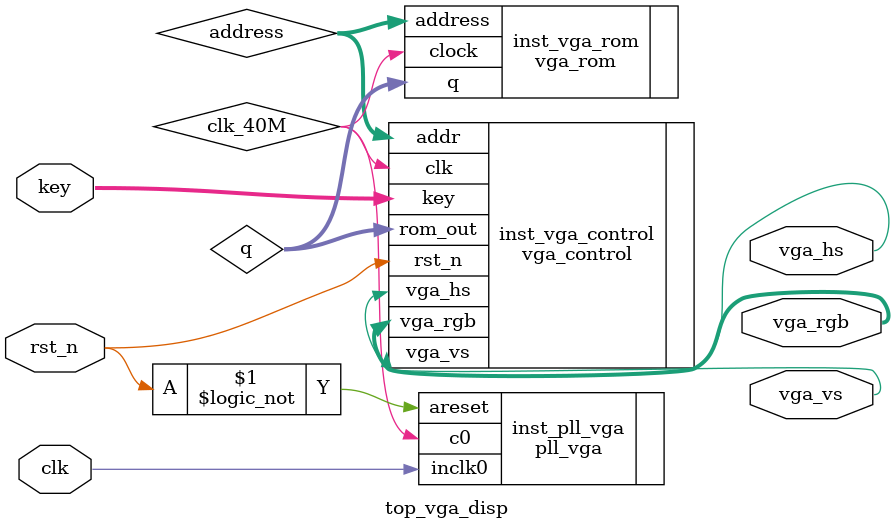
<source format=v>
module top_vga_disp (
	input clk,    // Clock
	input rst_n,  // Asynchronous reset active low
	input [1:0]key,
	output vga_hs,
	output vga_vs,
	output [7:0]vga_rgb
	// output [15:0] address
	
);
	wire clk_40M;
	wire [15:0] address;
	wire [7:0]q;

	vga_control inst_vga_control (
			.clk     (clk_40M),
			.rst_n   (rst_n),
			.rom_out (q),
			.key     (key),
			.vga_hs  (vga_hs),
			.vga_vs  (vga_vs),
			.addr    (address),
			.vga_rgb (vga_rgb)
		);



	pll_vga inst_pll_vga (
		.areset(!rst_n), 
		.inclk0(clk), 
		.c0(clk_40M));

		// vga_control inst_vga_control (
		// 	.clk     (clk_40M),
		// 	.rst_n   (rst_n),
		// 	.rom_out (q),
		// 	.vga_hs  (vga_hs),
		// 	.vga_vs  (vga_vs),
		// 	.addr    (address),
		// 	.vga_rgb (vga_rgb)
		// );


	vga_rom inst_vga_rom (
		.address(address), 
		.clock(clk_40M),
		.q(q)
		);

endmodule
</source>
